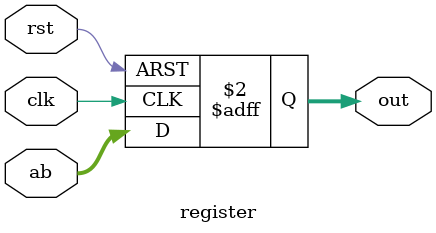
<source format=sv>
module register #(parameter n = 8) (
	input logic rst, clk, 
	input logic [n*2-1:0] ab,
//	input logic enable, 
	output logic [n*2-1:0] out);
	

//logic [n-1:0] a, b;
//logic [n*2-1:0] temp;
always_ff @(posedge clk, posedge rst) begin
		if (rst)
		
			out <= 0;
			
		else begin
			out <= ab;
//			if(enable) begin
//				out <= {a, b};
//			end
//			
//			else if(load == 0)begin
//				a <= value;
//			end
//			
//			else begin
//				b <= value;
//			end
			
		end
end

//always_comb begin
//	case(enable)
//		1'b0 : out = temp;
//		default : out = 'z;
//	endcase
//
//end


endmodule 
</source>
